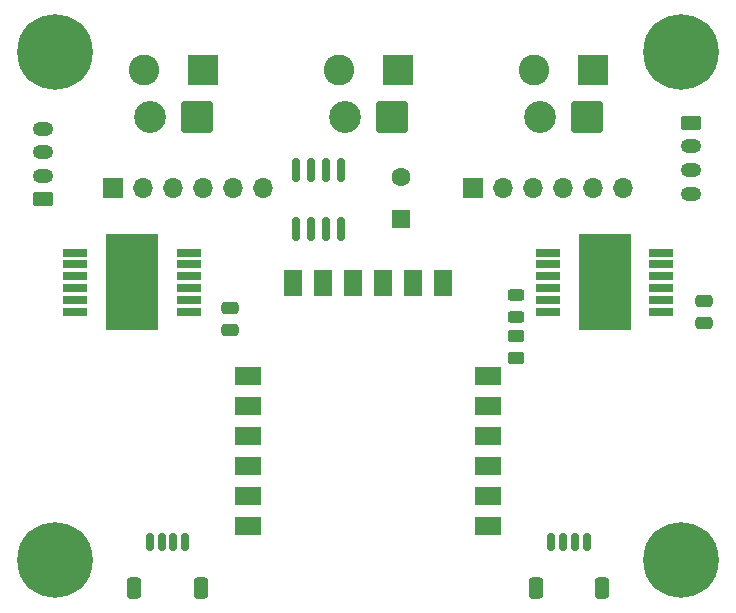
<source format=gbr>
%TF.GenerationSoftware,KiCad,Pcbnew,(6.0.0-rc1-48-g8f87638de5)*%
%TF.CreationDate,2021-11-22T15:04:28-05:00*%
%TF.ProjectId,motor_driver2,6d6f746f-725f-4647-9269-766572322e6b,rev?*%
%TF.SameCoordinates,Original*%
%TF.FileFunction,Soldermask,Top*%
%TF.FilePolarity,Negative*%
%FSLAX46Y46*%
G04 Gerber Fmt 4.6, Leading zero omitted, Abs format (unit mm)*
G04 Created by KiCad (PCBNEW (6.0.0-rc1-48-g8f87638de5)) date 2021-11-22 15:04:28*
%MOMM*%
%LPD*%
G01*
G04 APERTURE LIST*
G04 Aperture macros list*
%AMRoundRect*
0 Rectangle with rounded corners*
0 $1 Rounding radius*
0 $2 $3 $4 $5 $6 $7 $8 $9 X,Y pos of 4 corners*
0 Add a 4 corners polygon primitive as box body*
4,1,4,$2,$3,$4,$5,$6,$7,$8,$9,$2,$3,0*
0 Add four circle primitives for the rounded corners*
1,1,$1+$1,$2,$3*
1,1,$1+$1,$4,$5*
1,1,$1+$1,$6,$7*
1,1,$1+$1,$8,$9*
0 Add four rect primitives between the rounded corners*
20,1,$1+$1,$2,$3,$4,$5,0*
20,1,$1+$1,$4,$5,$6,$7,0*
20,1,$1+$1,$6,$7,$8,$9,0*
20,1,$1+$1,$8,$9,$2,$3,0*%
G04 Aperture macros list end*
%ADD10RoundRect,0.150000X-0.150000X-0.625000X0.150000X-0.625000X0.150000X0.625000X-0.150000X0.625000X0*%
%ADD11RoundRect,0.250000X-0.350000X-0.650000X0.350000X-0.650000X0.350000X0.650000X-0.350000X0.650000X0*%
%ADD12RoundRect,0.250000X-0.625000X0.350000X-0.625000X-0.350000X0.625000X-0.350000X0.625000X0.350000X0*%
%ADD13O,1.750000X1.200000*%
%ADD14C,0.800000*%
%ADD15C,6.400000*%
%ADD16RoundRect,0.250001X1.099999X1.099999X-1.099999X1.099999X-1.099999X-1.099999X1.099999X-1.099999X0*%
%ADD17C,2.700000*%
%ADD18R,1.700000X1.700000*%
%ADD19O,1.700000X1.700000*%
%ADD20R,2.286000X1.524000*%
%ADD21R,1.524000X2.286000*%
%ADD22RoundRect,0.243750X0.456250X-0.243750X0.456250X0.243750X-0.456250X0.243750X-0.456250X-0.243750X0*%
%ADD23R,2.600000X2.600000*%
%ADD24C,2.600000*%
%ADD25R,2.000000X0.650000*%
%ADD26R,4.500000X8.100000*%
%ADD27RoundRect,0.250000X0.450000X-0.262500X0.450000X0.262500X-0.450000X0.262500X-0.450000X-0.262500X0*%
%ADD28RoundRect,0.250000X-0.475000X0.250000X-0.475000X-0.250000X0.475000X-0.250000X0.475000X0.250000X0*%
%ADD29RoundRect,0.150000X0.150000X-0.825000X0.150000X0.825000X-0.150000X0.825000X-0.150000X-0.825000X0*%
%ADD30R,1.600000X1.600000*%
%ADD31C,1.600000*%
%ADD32RoundRect,0.250000X0.625000X-0.350000X0.625000X0.350000X-0.625000X0.350000X-0.625000X-0.350000X0*%
G04 APERTURE END LIST*
D10*
%TO.C,J7*%
X131500000Y-130000000D03*
X132500000Y-130000000D03*
X133500000Y-130000000D03*
X134500000Y-130000000D03*
D11*
X130200000Y-133875000D03*
X135800000Y-133875000D03*
%TD*%
D12*
%TO.C,J9*%
X177350000Y-94500000D03*
D13*
X177350000Y-96500000D03*
X177350000Y-98500000D03*
X177350000Y-100500000D03*
%TD*%
D14*
%TO.C,REF\u002A\u002A*%
X178197056Y-133197056D03*
X178197056Y-129802944D03*
X174100000Y-131500000D03*
D15*
X176500000Y-131500000D03*
X176500000Y-131500000D03*
D14*
X174802944Y-133197056D03*
X174802944Y-129802944D03*
X176500000Y-129100000D03*
X176500000Y-133900000D03*
X178900000Y-131500000D03*
%TD*%
D16*
%TO.C,J12*%
X152000000Y-94000000D03*
D17*
X148040000Y-94000000D03*
%TD*%
D15*
%TO.C,REF\u002A\u002A*%
X176500000Y-88500000D03*
D14*
X174100000Y-88500000D03*
X176500000Y-86100000D03*
X178197056Y-90197056D03*
D15*
X176500000Y-88500000D03*
D14*
X178900000Y-88500000D03*
X178197056Y-86802944D03*
X174802944Y-90197056D03*
X174802944Y-86802944D03*
X176500000Y-90900000D03*
%TD*%
D18*
%TO.C,J4*%
X128410000Y-100000000D03*
D19*
X130950000Y-100000000D03*
X133490000Y-100000000D03*
X136030000Y-100000000D03*
X138570000Y-100000000D03*
X141110000Y-100000000D03*
%TD*%
D20*
%TO.C,U3*%
X160160000Y-128650000D03*
X160160000Y-126110000D03*
X160160000Y-123570000D03*
X160160000Y-121030000D03*
X160160000Y-118490000D03*
X160160000Y-115950000D03*
D21*
X156350000Y-108076000D03*
X153810000Y-108076000D03*
X151270000Y-108076000D03*
X148730000Y-108076000D03*
X146190000Y-108076000D03*
X143650000Y-108076000D03*
D20*
X139840000Y-115950000D03*
X139840000Y-118490000D03*
X139840000Y-121030000D03*
X139840000Y-123570000D03*
X139840000Y-126110000D03*
X139840000Y-128650000D03*
%TD*%
D22*
%TO.C,D1*%
X162500000Y-110937500D03*
X162500000Y-109062500D03*
%TD*%
D18*
%TO.C,J5*%
X158890000Y-100000000D03*
D19*
X161430000Y-100000000D03*
X163970000Y-100000000D03*
X166510000Y-100000000D03*
X169050000Y-100000000D03*
X171590000Y-100000000D03*
%TD*%
D16*
%TO.C,J11*%
X168500000Y-94000000D03*
D17*
X164540000Y-94000000D03*
%TD*%
D15*
%TO.C,REF\u002A\u002A*%
X123500000Y-131500000D03*
D14*
X121802944Y-133197056D03*
X121802944Y-129802944D03*
X123500000Y-133900000D03*
X125900000Y-131500000D03*
X121100000Y-131500000D03*
X125197056Y-129802944D03*
X123500000Y-129100000D03*
X125197056Y-133197056D03*
D15*
X123500000Y-131500000D03*
%TD*%
D23*
%TO.C,J3*%
X152500000Y-90000000D03*
D24*
X147500000Y-90000000D03*
%TD*%
D25*
%TO.C,U2*%
X174800000Y-110500000D03*
X174800000Y-109500000D03*
X174800000Y-108500000D03*
X174800000Y-107500000D03*
X174800000Y-106500000D03*
X174800000Y-105500000D03*
X165200000Y-105500000D03*
X165200000Y-106500000D03*
X165200000Y-107500000D03*
X165200000Y-108500000D03*
X165200000Y-109500000D03*
X165200000Y-110500000D03*
D26*
X170000000Y-108000000D03*
%TD*%
D23*
%TO.C,J2*%
X169000000Y-90000000D03*
D24*
X164000000Y-90000000D03*
%TD*%
D27*
%TO.C,R1*%
X162500000Y-114412500D03*
X162500000Y-112587500D03*
%TD*%
D16*
%TO.C,J10*%
X135500000Y-94000000D03*
D17*
X131540000Y-94000000D03*
%TD*%
D14*
%TO.C,REF\u002A\u002A*%
X125197056Y-86802944D03*
D15*
X123500000Y-88500000D03*
D14*
X123500000Y-90900000D03*
X121100000Y-88500000D03*
X125900000Y-88500000D03*
X123500000Y-86100000D03*
X121802944Y-86802944D03*
X121802944Y-90197056D03*
X125197056Y-90197056D03*
D15*
X123500000Y-88500000D03*
%TD*%
D28*
%TO.C,C2*%
X138316000Y-110174000D03*
X138316000Y-112074000D03*
%TD*%
%TO.C,C3*%
X178448000Y-109600000D03*
X178448000Y-111500000D03*
%TD*%
D29*
%TO.C,Q1*%
X143845000Y-103475000D03*
X145115000Y-103475000D03*
X146385000Y-103475000D03*
X147655000Y-103475000D03*
X147655000Y-98525000D03*
X146385000Y-98525000D03*
X145115000Y-98525000D03*
X143845000Y-98525000D03*
%TD*%
D23*
%TO.C,J1*%
X136000000Y-90000000D03*
D24*
X131000000Y-90000000D03*
%TD*%
D30*
%TO.C,C1*%
X152750000Y-102616651D03*
D31*
X152750000Y-99116651D03*
%TD*%
D10*
%TO.C,J6*%
X165500000Y-130000000D03*
X166500000Y-130000000D03*
X167500000Y-130000000D03*
X168500000Y-130000000D03*
D11*
X164200000Y-133875000D03*
X169800000Y-133875000D03*
%TD*%
D25*
%TO.C,U1*%
X134800000Y-110500000D03*
X134800000Y-109500000D03*
X134800000Y-108500000D03*
X134800000Y-107500000D03*
X134800000Y-106500000D03*
X134800000Y-105500000D03*
X125200000Y-105500000D03*
X125200000Y-106500000D03*
X125200000Y-107500000D03*
X125200000Y-108500000D03*
X125200000Y-109500000D03*
X125200000Y-110500000D03*
D26*
X130000000Y-108000000D03*
%TD*%
D32*
%TO.C,J8*%
X122450000Y-101000000D03*
D13*
X122450000Y-99000000D03*
X122450000Y-97000000D03*
X122450000Y-95000000D03*
%TD*%
M02*

</source>
